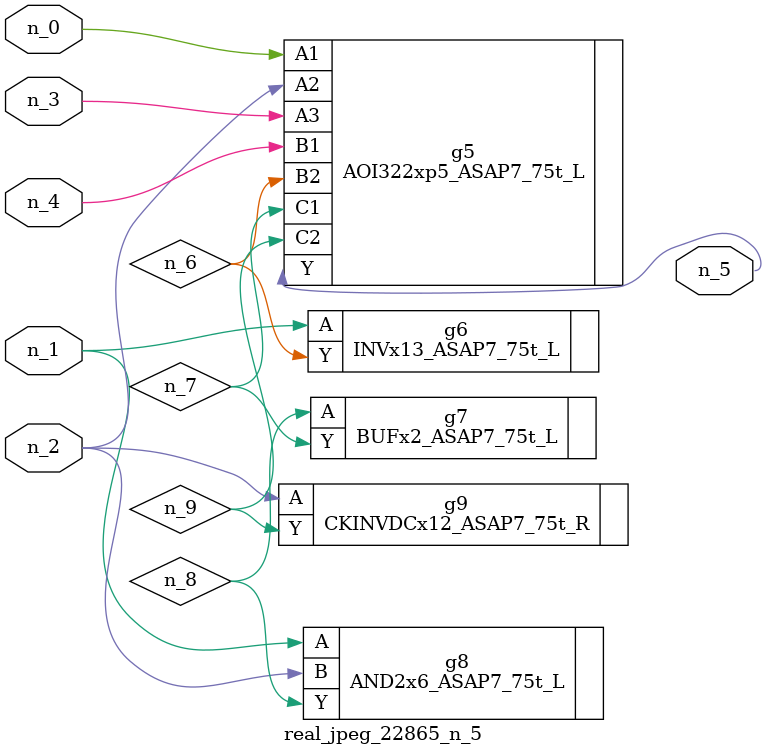
<source format=v>
module real_jpeg_22865_n_5 (n_4, n_0, n_1, n_2, n_3, n_5);

input n_4;
input n_0;
input n_1;
input n_2;
input n_3;

output n_5;

wire n_8;
wire n_6;
wire n_7;
wire n_9;

AOI322xp5_ASAP7_75t_L g5 ( 
.A1(n_0),
.A2(n_2),
.A3(n_3),
.B1(n_4),
.B2(n_6),
.C1(n_7),
.C2(n_9),
.Y(n_5)
);

INVx13_ASAP7_75t_L g6 ( 
.A(n_1),
.Y(n_6)
);

AND2x6_ASAP7_75t_L g8 ( 
.A(n_1),
.B(n_2),
.Y(n_8)
);

CKINVDCx12_ASAP7_75t_R g9 ( 
.A(n_2),
.Y(n_9)
);

BUFx2_ASAP7_75t_L g7 ( 
.A(n_8),
.Y(n_7)
);


endmodule
</source>
